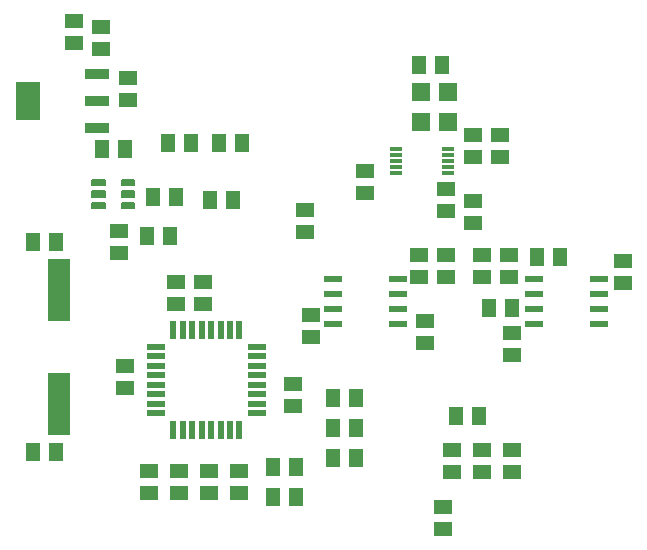
<source format=gtp>
G04 EAGLE Gerber RS-274X export*
G75*
%MOMM*%
%FSLAX34Y34*%
%LPD*%
%INSolderpaste Top*%
%IPPOS*%
%AMOC8*
5,1,8,0,0,1.08239X$1,22.5*%
G01*
%ADD10R,1.500000X1.300000*%
%ADD11R,1.300000X1.500000*%
%ADD12R,1.050000X0.320000*%
%ADD13R,1.500000X0.600000*%
%ADD14R,1.500000X1.600000*%
%ADD15R,1.930400X5.334000*%
%ADD16R,2.150000X0.950000*%
%ADD17R,2.150000X3.250000*%
%ADD18R,1.600000X0.550000*%
%ADD19R,0.550000X1.600000*%
%ADD20C,0.145000*%


D10*
X401320Y314300D03*
X401320Y295300D03*
X264160Y217780D03*
X264160Y198780D03*
X401320Y351180D03*
X401320Y370180D03*
D11*
X197460Y314960D03*
X178460Y314960D03*
X130200Y317500D03*
X149200Y317500D03*
X186080Y363220D03*
X205080Y363220D03*
D10*
X259080Y287680D03*
X259080Y306680D03*
X86360Y442620D03*
X86360Y461620D03*
X378460Y305460D03*
X378460Y324460D03*
X355600Y268580D03*
X355600Y249580D03*
X63500Y447700D03*
X63500Y466700D03*
X528320Y244500D03*
X528320Y263500D03*
X434340Y183540D03*
X434340Y202540D03*
X109220Y399440D03*
X109220Y418440D03*
D11*
X250800Y63500D03*
X231800Y63500D03*
D10*
X177800Y66700D03*
X177800Y85700D03*
X248920Y140360D03*
X248920Y159360D03*
X152400Y85700D03*
X152400Y66700D03*
X106680Y155600D03*
X106680Y174600D03*
D11*
X28600Y101600D03*
X47600Y101600D03*
X47600Y279400D03*
X28600Y279400D03*
D10*
X149860Y226720D03*
X149860Y245720D03*
X309880Y320700D03*
X309880Y339700D03*
X424180Y351180D03*
X424180Y370180D03*
D12*
X380140Y337980D03*
X380140Y342980D03*
X380140Y347980D03*
X380140Y352980D03*
X380140Y357980D03*
X336140Y357980D03*
X336140Y352980D03*
X336140Y347980D03*
X336140Y342980D03*
X336140Y337980D03*
D13*
X337380Y222250D03*
X282380Y222250D03*
X337380Y209550D03*
X337380Y234950D03*
X337380Y247650D03*
X282380Y209550D03*
X282380Y234950D03*
X282380Y247650D03*
X452560Y234950D03*
X507560Y234950D03*
X452560Y247650D03*
X452560Y222250D03*
X452560Y209550D03*
X507560Y247650D03*
X507560Y222250D03*
X507560Y209550D03*
D14*
X356800Y406200D03*
X356800Y381200D03*
X379800Y381200D03*
X379800Y406200D03*
D15*
X50800Y142240D03*
X50800Y238760D03*
D11*
X142900Y363220D03*
X161900Y363220D03*
X125120Y284480D03*
X144120Y284480D03*
D10*
X101600Y269900D03*
X101600Y288900D03*
D11*
X433680Y223520D03*
X414680Y223520D03*
D10*
X408940Y268580D03*
X408940Y249580D03*
X127000Y85700D03*
X127000Y66700D03*
D11*
X301600Y96520D03*
X282600Y96520D03*
D10*
X408940Y84480D03*
X408940Y103480D03*
X203200Y85700D03*
X203200Y66700D03*
D11*
X405740Y132080D03*
X386740Y132080D03*
D10*
X383540Y84480D03*
X383540Y103480D03*
D11*
X250800Y88900D03*
X231800Y88900D03*
D10*
X375920Y36220D03*
X375920Y55220D03*
X434340Y84480D03*
X434340Y103480D03*
D11*
X301600Y147320D03*
X282600Y147320D03*
X301600Y121920D03*
X282600Y121920D03*
D10*
X172720Y226720D03*
X172720Y245720D03*
X378460Y268580D03*
X378460Y249580D03*
X360680Y193700D03*
X360680Y212700D03*
D11*
X455320Y266700D03*
X474320Y266700D03*
D10*
X431800Y268580D03*
X431800Y249580D03*
D16*
X82340Y375780D03*
X82340Y398780D03*
X82340Y421780D03*
D17*
X24340Y398780D03*
D18*
X132760Y190560D03*
X132760Y182560D03*
X132760Y174560D03*
X132760Y166560D03*
X132760Y158560D03*
X132760Y150560D03*
X132760Y142560D03*
X132760Y134560D03*
X217760Y134560D03*
X217760Y142560D03*
X217760Y150560D03*
X217760Y158560D03*
X217760Y166560D03*
X217760Y174560D03*
X217760Y182560D03*
X217760Y190560D03*
D19*
X147260Y120060D03*
X155260Y120060D03*
X163260Y120060D03*
X171260Y120060D03*
X179260Y120060D03*
X187260Y120060D03*
X195260Y120060D03*
X203260Y120060D03*
X203260Y205060D03*
X195260Y205060D03*
X187260Y205060D03*
X179260Y205060D03*
X171260Y205060D03*
X163260Y205060D03*
X155260Y205060D03*
X147260Y205060D03*
D20*
X89295Y327365D02*
X78645Y327365D01*
X78645Y331715D01*
X89295Y331715D01*
X89295Y327365D01*
X89295Y328742D02*
X78645Y328742D01*
X78645Y330119D02*
X89295Y330119D01*
X89295Y331496D02*
X78645Y331496D01*
X78645Y317865D02*
X89295Y317865D01*
X78645Y317865D02*
X78645Y322215D01*
X89295Y322215D01*
X89295Y317865D01*
X89295Y319242D02*
X78645Y319242D01*
X78645Y320619D02*
X89295Y320619D01*
X89295Y321996D02*
X78645Y321996D01*
X78645Y308365D02*
X89295Y308365D01*
X78645Y308365D02*
X78645Y312715D01*
X89295Y312715D01*
X89295Y308365D01*
X89295Y309742D02*
X78645Y309742D01*
X78645Y311119D02*
X89295Y311119D01*
X89295Y312496D02*
X78645Y312496D01*
X103745Y327365D02*
X114395Y327365D01*
X103745Y327365D02*
X103745Y331715D01*
X114395Y331715D01*
X114395Y327365D01*
X114395Y328742D02*
X103745Y328742D01*
X103745Y330119D02*
X114395Y330119D01*
X114395Y331496D02*
X103745Y331496D01*
X103745Y317865D02*
X114395Y317865D01*
X103745Y317865D02*
X103745Y322215D01*
X114395Y322215D01*
X114395Y317865D01*
X114395Y319242D02*
X103745Y319242D01*
X103745Y320619D02*
X114395Y320619D01*
X114395Y321996D02*
X103745Y321996D01*
X103745Y308365D02*
X114395Y308365D01*
X103745Y308365D02*
X103745Y312715D01*
X114395Y312715D01*
X114395Y308365D01*
X114395Y309742D02*
X103745Y309742D01*
X103745Y311119D02*
X114395Y311119D01*
X114395Y312496D02*
X103745Y312496D01*
D11*
X374377Y429217D03*
X355377Y429217D03*
X106020Y358140D03*
X87020Y358140D03*
M02*

</source>
